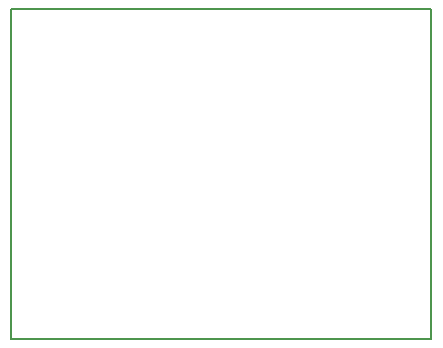
<source format=gbr>
G04 #@! TF.FileFunction,Profile,NP*
%FSLAX46Y46*%
G04 Gerber Fmt 4.6, Leading zero omitted, Abs format (unit mm)*
G04 Created by KiCad (PCBNEW 4.0.2-stable) date Sunday, June 19, 2016 'PMt' 09:02:22 PM*
%MOMM*%
G01*
G04 APERTURE LIST*
%ADD10C,0.100000*%
%ADD11C,0.150000*%
G04 APERTURE END LIST*
D10*
D11*
X157480000Y-114300000D02*
X121920000Y-114300000D01*
X157480000Y-86360000D02*
X157480000Y-114300000D01*
X121920000Y-86360000D02*
X157480000Y-86360000D01*
X121920000Y-114300000D02*
X121920000Y-86360000D01*
M02*

</source>
